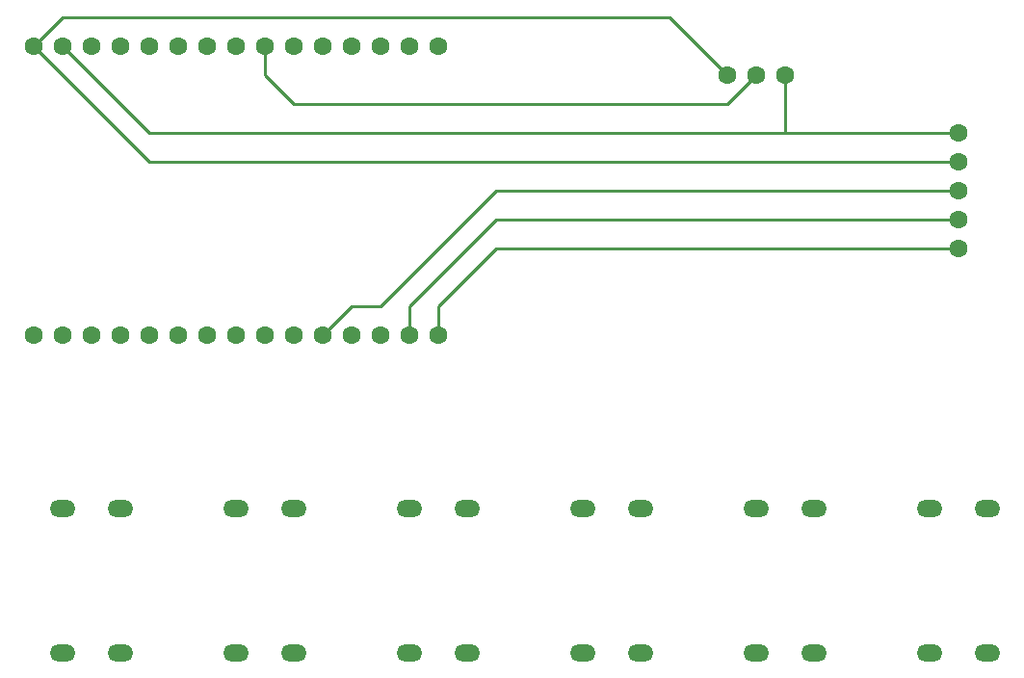
<source format=gtl>
G04 #@! TF.GenerationSoftware,KiCad,Pcbnew,7.0.6*
G04 #@! TF.CreationDate,2023-10-08T17:39:31-05:00*
G04 #@! TF.ProjectId,DogTimerPCB,446f6754-696d-4657-9250-43422e6b6963,rev?*
G04 #@! TF.SameCoordinates,Original*
G04 #@! TF.FileFunction,Copper,L1,Top*
G04 #@! TF.FilePolarity,Positive*
%FSLAX46Y46*%
G04 Gerber Fmt 4.6, Leading zero omitted, Abs format (unit mm)*
G04 Created by KiCad (PCBNEW 7.0.6) date 2023-10-08 17:39:31*
%MOMM*%
%LPD*%
G01*
G04 APERTURE LIST*
G04 #@! TA.AperFunction,ComponentPad*
%ADD10O,2.250000X1.500000*%
G04 #@! TD*
G04 #@! TA.AperFunction,ComponentPad*
%ADD11C,1.600000*%
G04 #@! TD*
G04 #@! TA.AperFunction,Conductor*
%ADD12C,0.250000*%
G04 #@! TD*
G04 APERTURE END LIST*
D10*
X119380000Y-83820000D03*
X124460000Y-96520000D03*
X119380000Y-96520000D03*
X124460000Y-96520000D03*
X119380000Y-96520000D03*
X124460000Y-83820000D03*
X124460000Y-83820000D03*
X104140000Y-83820000D03*
X109220000Y-96520000D03*
X104140000Y-96520000D03*
X109220000Y-96520000D03*
X104140000Y-96520000D03*
X109220000Y-83820000D03*
X109220000Y-83820000D03*
X88900000Y-83820000D03*
X93980000Y-96520000D03*
X88900000Y-96520000D03*
X93980000Y-96520000D03*
X88900000Y-96520000D03*
X93980000Y-83820000D03*
X93980000Y-83820000D03*
X73660000Y-83820000D03*
X78740000Y-96520000D03*
X73660000Y-96520000D03*
X78740000Y-96520000D03*
X73660000Y-96520000D03*
X78740000Y-83820000D03*
X78740000Y-83820000D03*
X58420000Y-83820000D03*
X63500000Y-96520000D03*
X58420000Y-96520000D03*
X63500000Y-96520000D03*
X58420000Y-96520000D03*
X63500000Y-83820000D03*
X63500000Y-83820000D03*
X43180000Y-96520000D03*
X43180000Y-96520000D03*
X48260000Y-96520000D03*
X48260000Y-96520000D03*
X48260000Y-83820000D03*
X48260000Y-83820000D03*
X43180000Y-83820000D03*
D11*
X76200000Y-43180000D03*
X48260000Y-68580000D03*
X58420000Y-68580000D03*
X55880000Y-43180000D03*
X121920000Y-50800000D03*
X104140000Y-45720000D03*
X66040000Y-43180000D03*
X45720000Y-68580000D03*
X60960000Y-43180000D03*
X45720000Y-43180000D03*
X63500000Y-68580000D03*
X58420000Y-43180000D03*
X53340000Y-68580000D03*
X50800000Y-68580000D03*
X106680000Y-45720000D03*
X40640000Y-43180000D03*
X71120000Y-43180000D03*
X68580000Y-68580000D03*
X121920000Y-60960000D03*
X76200000Y-68580000D03*
X43180000Y-68580000D03*
X43180000Y-43180000D03*
X73660000Y-68580000D03*
X73660000Y-43180000D03*
X55880000Y-68580000D03*
X121920000Y-58420000D03*
X66040000Y-68580000D03*
X121920000Y-53340000D03*
X101600000Y-45720000D03*
X48260000Y-43180000D03*
X63500000Y-43180000D03*
X40640000Y-68580000D03*
X121920000Y-55880000D03*
X60960000Y-68580000D03*
X53340000Y-43180000D03*
X50800000Y-43180000D03*
X71120000Y-68580000D03*
X68580000Y-43180000D03*
D12*
X60960000Y-45720000D02*
X63500000Y-48260000D01*
X63500000Y-48260000D02*
X101600000Y-48260000D01*
X121920000Y-60960000D02*
X81280000Y-60960000D01*
X40640000Y-43180000D02*
X43180000Y-40640000D01*
X121920000Y-53340000D02*
X50800000Y-53340000D01*
X73660000Y-68580000D02*
X73660000Y-66040000D01*
X81280000Y-58420000D02*
X121920000Y-58420000D01*
X50800000Y-53340000D02*
X40640000Y-43180000D01*
X71120000Y-66040000D02*
X81280000Y-55880000D01*
X43180000Y-40640000D02*
X96520000Y-40640000D01*
X81280000Y-55880000D02*
X121920000Y-55880000D01*
X76200000Y-66040000D02*
X76200000Y-68580000D01*
X68580000Y-66040000D02*
X71120000Y-66040000D01*
X81280000Y-60960000D02*
X76200000Y-66040000D01*
X101600000Y-48260000D02*
X104140000Y-45720000D01*
X106680000Y-50800000D02*
X121920000Y-50800000D01*
X50800000Y-50800000D02*
X106680000Y-50800000D01*
X106680000Y-50800000D02*
X106680000Y-45720000D01*
X73660000Y-66040000D02*
X81280000Y-58420000D01*
X96520000Y-40640000D02*
X101600000Y-45720000D01*
X43180000Y-43180000D02*
X50800000Y-50800000D01*
X60960000Y-43180000D02*
X60960000Y-45720000D01*
X68580000Y-66040000D02*
X66040000Y-68580000D01*
M02*

</source>
